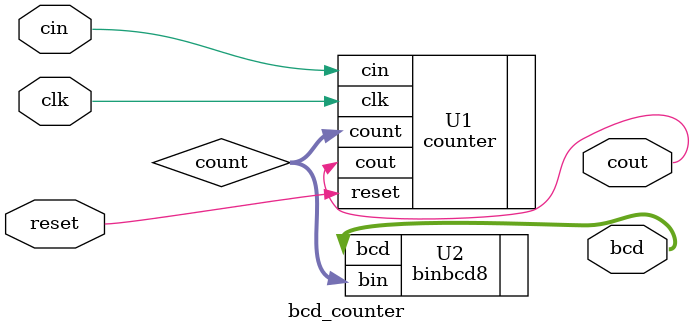
<source format=v>
`timescale 1ns / 1ps

// Module Name: bcd_counter

//////////////////////////////////////////////////////////////////////////////////

module bcd_counter #(parameter N=60)(
    input wire clk,reset,
    input wire cin,
    output wire [9:0]bcd,
    output wire cout
    );
    
    wire [7:0]count;
    counter #(.count_max(N))U1(.clk(clk),.reset(reset),.cin(cin),.count(count),.cout(cout));
    
    binbcd8 U2(.bin(count),.bcd(bcd));
    
    
endmodule

</source>
